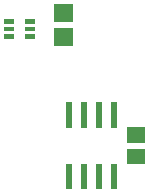
<source format=gbr>
G04 start of page 9 for group -4014 idx -4014 *
G04 Title: (unknown), bottompaste *
G04 Creator: pcb 20091103 *
G04 CreationDate: Mon 14 Mar 2011 03:34:43 AM GMT UTC *
G04 For: gjhurlbu *
G04 Format: Gerber/RS-274X *
G04 PCB-Dimensions: 600000 500000 *
G04 PCB-Coordinate-Origin: lower left *
%MOIN*%
%FSLAX25Y25*%
%LNBACKPASTE*%
%ADD17R,0.0200X0.0200*%
%ADD20R,0.0512X0.0512*%
%ADD21R,0.0590X0.0590*%
%ADD22R,0.0150X0.0150*%
G54D20*X107000Y409086D02*X107786D01*
X107000Y402000D02*X107786D01*
G54D22*X64000Y441900D02*X66000D01*
X64000Y444500D02*X66000D01*
X64000Y447000D02*X66000D01*
X71000D02*X73000D01*
X71000Y444500D02*X73000D01*
X71000Y441900D02*X73000D01*
G54D21*X83000Y449774D02*X83394D01*
X83000Y441900D02*X83394D01*
G54D17*X85000Y419000D02*Y412500D01*
X90000Y419000D02*Y412500D01*
X95000Y419000D02*Y412500D01*
X100000Y419000D02*Y412500D01*
Y398500D02*Y392000D01*
X95000Y398500D02*Y392000D01*
X90000Y398500D02*Y392000D01*
X85000Y398500D02*Y392000D01*
M02*

</source>
